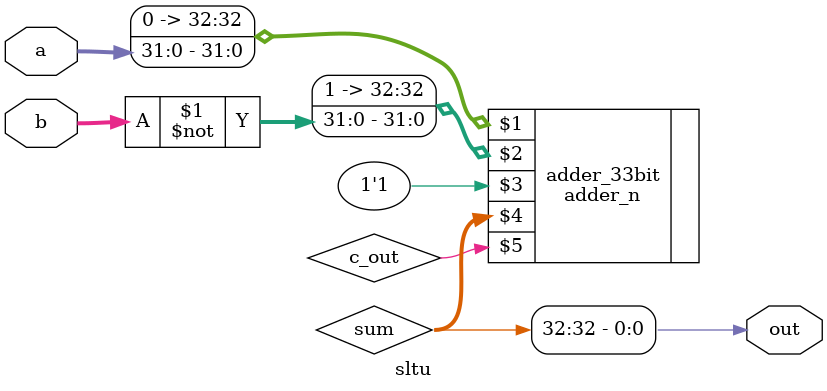
<source format=sv>
module sltu(a, b, out);
parameter N = 32;
input wire signed [N-1:0] a, b;
output logic out;

// Using only *structural* combinational logic, make a module that computes if a is less than b!
// Note: this assumes that the two inputs are signed: aka should be interpreted as two's complement.

// Copy any other modules you use into this folder and update the Makefile accordingly.
logic [N:0] sum;
logic c_out;

adder_n #(.N(N+1)) adder_33bit({1'b0, a},{1'b1, ~b},1'b1,sum,c_out);

always_comb out = sum[N]; //(~c_out & sum[31]) | (a[31] & ~b[31]);


endmodule



</source>
